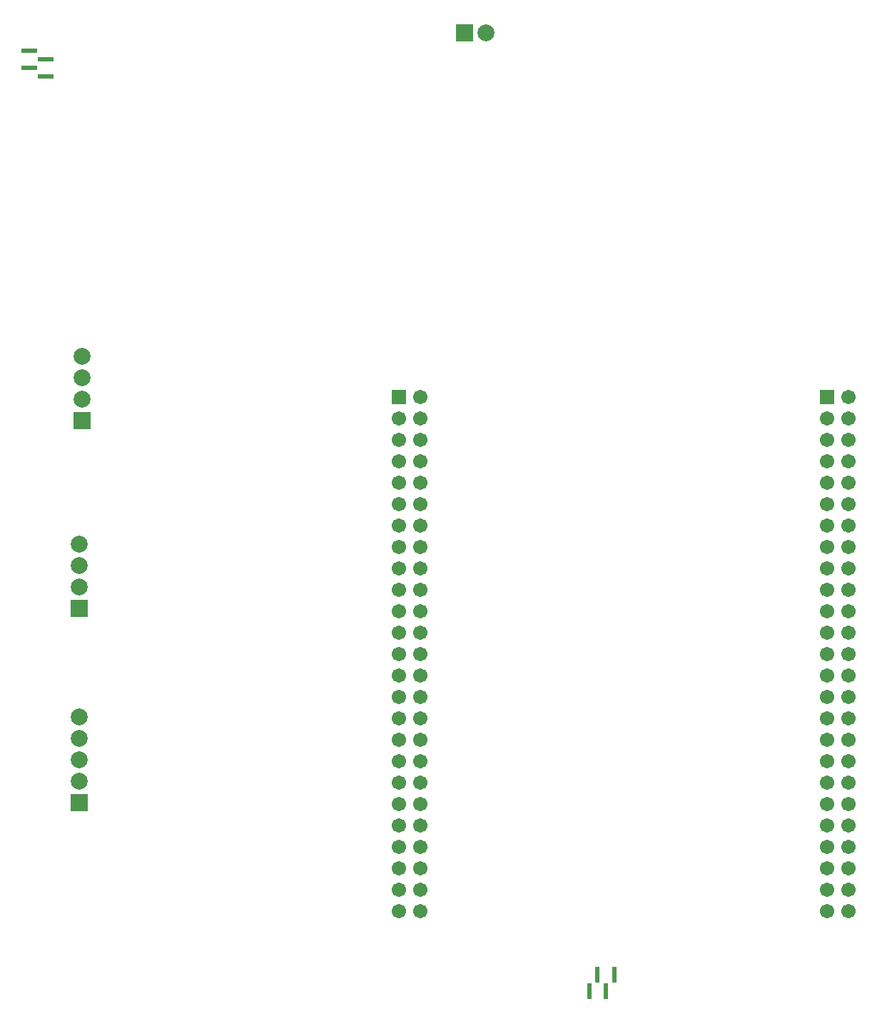
<source format=gbr>
%TF.GenerationSoftware,KiCad,Pcbnew,8.0.6*%
%TF.CreationDate,2025-01-17T17:45:08+05:30*%
%TF.ProjectId,stm32carrier_drive,73746d33-3263-4617-9272-6965725f6472,rev?*%
%TF.SameCoordinates,Original*%
%TF.FileFunction,Soldermask,Top*%
%TF.FilePolarity,Negative*%
%FSLAX46Y46*%
G04 Gerber Fmt 4.6, Leading zero omitted, Abs format (unit mm)*
G04 Created by KiCad (PCBNEW 8.0.6) date 2025-01-17 17:45:08*
%MOMM*%
%LPD*%
G01*
G04 APERTURE LIST*
G04 Aperture macros list*
%AMRoundRect*
0 Rectangle with rounded corners*
0 $1 Rounding radius*
0 $2 $3 $4 $5 $6 $7 $8 $9 X,Y pos of 4 corners*
0 Add a 4 corners polygon primitive as box body*
4,1,4,$2,$3,$4,$5,$6,$7,$8,$9,$2,$3,0*
0 Add four circle primitives for the rounded corners*
1,1,$1+$1,$2,$3*
1,1,$1+$1,$4,$5*
1,1,$1+$1,$6,$7*
1,1,$1+$1,$8,$9*
0 Add four rect primitives between the rounded corners*
20,1,$1+$1,$2,$3,$4,$5,0*
20,1,$1+$1,$4,$5,$6,$7,0*
20,1,$1+$1,$6,$7,$8,$9,0*
20,1,$1+$1,$8,$9,$2,$3,0*%
G04 Aperture macros list end*
%ADD10R,1.950000X0.500000*%
%ADD11R,2.000000X2.000000*%
%ADD12C,2.000000*%
%ADD13R,0.500000X1.950000*%
%ADD14RoundRect,0.102000X-0.754000X-0.754000X0.754000X-0.754000X0.754000X0.754000X-0.754000X0.754000X0*%
%ADD15C,1.712000*%
G04 APERTURE END LIST*
D10*
%TO.C,J1*%
X62500000Y-48500000D03*
X60550000Y-47500000D03*
X62500000Y-46500000D03*
X60550000Y-45500000D03*
%TD*%
D11*
%TO.C,J5*%
X112225000Y-43350000D03*
D12*
X114765000Y-43350000D03*
%TD*%
D11*
%TO.C,J3*%
X66500000Y-111620000D03*
D12*
X66500000Y-109080000D03*
X66500000Y-106540000D03*
X66500000Y-104000000D03*
%TD*%
D11*
%TO.C,J2*%
X66850000Y-89310000D03*
D12*
X66850000Y-86770000D03*
X66850000Y-84230000D03*
X66850000Y-81690000D03*
%TD*%
D13*
%TO.C,J6*%
X130000000Y-155050000D03*
X129000000Y-157000000D03*
X128000000Y-155050000D03*
X127000000Y-157000000D03*
%TD*%
D14*
%TO.C,TB1*%
X104460000Y-86500000D03*
D15*
X107000000Y-86500000D03*
X104460000Y-89040000D03*
X107000000Y-89040000D03*
X104460000Y-91580000D03*
X107000000Y-91580000D03*
X104460000Y-94120000D03*
X107000000Y-94120000D03*
X104460000Y-96660000D03*
X107000000Y-96660000D03*
X104460000Y-99200000D03*
X107000000Y-99200000D03*
X104460000Y-101740000D03*
X107000000Y-101740000D03*
X104460000Y-104280000D03*
X107000000Y-104280000D03*
X104460000Y-106820000D03*
X107000000Y-106820000D03*
X104460000Y-109360000D03*
X107000000Y-109360000D03*
X104460000Y-111900000D03*
X107000000Y-111900000D03*
X104460000Y-114440000D03*
X107000000Y-114440000D03*
X104460000Y-116980000D03*
X107000000Y-116980000D03*
X104460000Y-119520000D03*
X107000000Y-119520000D03*
X104460000Y-122060000D03*
X107000000Y-122060000D03*
X104460000Y-124600000D03*
X107000000Y-124600000D03*
X104460000Y-127140000D03*
X107000000Y-127140000D03*
X104460000Y-129680000D03*
X107000000Y-129680000D03*
X104460000Y-132220000D03*
X107000000Y-132220000D03*
X104460000Y-134760000D03*
X107000000Y-134760000D03*
X104460000Y-137300000D03*
X107000000Y-137300000D03*
X104460000Y-139840000D03*
X107000000Y-139840000D03*
X104460000Y-142380000D03*
X107000000Y-142380000D03*
X104460000Y-144920000D03*
X107000000Y-144920000D03*
X104460000Y-147460000D03*
X107000000Y-147460000D03*
D14*
X155260000Y-86500000D03*
D15*
X157800000Y-86500000D03*
X155260000Y-89040000D03*
X157800000Y-89040000D03*
X155260000Y-91580000D03*
X157800000Y-91580000D03*
X155260000Y-94120000D03*
X157800000Y-94120000D03*
X155260000Y-96660000D03*
X157800000Y-96660000D03*
X155260000Y-99200000D03*
X157800000Y-99200000D03*
X155260000Y-101740000D03*
X157800000Y-101740000D03*
X155260000Y-104280000D03*
X157800000Y-104280000D03*
X155260000Y-106820000D03*
X157800000Y-106820000D03*
X155260000Y-109360000D03*
X157800000Y-109360000D03*
X155260000Y-111900000D03*
X157800000Y-111900000D03*
X155260000Y-114440000D03*
X157800000Y-114440000D03*
X155260000Y-116980000D03*
X157800000Y-116980000D03*
X155260000Y-119520000D03*
X157800000Y-119520000D03*
X155260000Y-122060000D03*
X157800000Y-122060000D03*
X155260000Y-124600000D03*
X157800000Y-124600000D03*
X155260000Y-127140000D03*
X157800000Y-127140000D03*
X155260000Y-129680000D03*
X157800000Y-129680000D03*
X155260000Y-132220000D03*
X157800000Y-132220000D03*
X155260000Y-134760000D03*
X157800000Y-134760000D03*
X155260000Y-137300000D03*
X157800000Y-137300000D03*
X155260000Y-139840000D03*
X157800000Y-139840000D03*
X155260000Y-142380000D03*
X157800000Y-142380000D03*
X155260000Y-144920000D03*
X157800000Y-144920000D03*
X155260000Y-147460000D03*
X157800000Y-147460000D03*
%TD*%
D11*
%TO.C,J4*%
X66500000Y-134660000D03*
D12*
X66500000Y-132120000D03*
X66500000Y-129580000D03*
X66500000Y-127040000D03*
X66500000Y-124500000D03*
%TD*%
M02*

</source>
